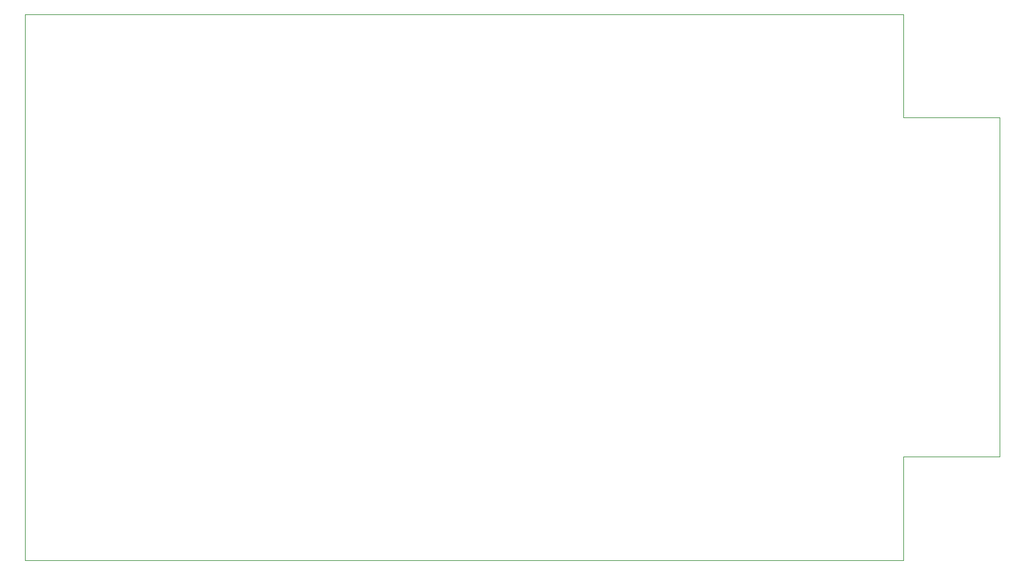
<source format=gbr>
G04 #@! TF.GenerationSoftware,KiCad,Pcbnew,(6.0.0)*
G04 #@! TF.CreationDate,2022-01-05T20:15:47-08:00*
G04 #@! TF.ProjectId,Duo2_Direwolf,44756f32-5f44-4697-9265-776f6c662e6b,rev?*
G04 #@! TF.SameCoordinates,PX2faf080PY8f0d180*
G04 #@! TF.FileFunction,Profile,NP*
%FSLAX46Y46*%
G04 Gerber Fmt 4.6, Leading zero omitted, Abs format (unit mm)*
G04 Created by KiCad (PCBNEW (6.0.0)) date 2022-01-05 20:15:47*
%MOMM*%
%LPD*%
G01*
G04 APERTURE LIST*
G04 #@! TA.AperFunction,Profile*
%ADD10C,0.100000*%
G04 #@! TD*
G04 APERTURE END LIST*
D10*
X132000000Y60000000D02*
X132000000Y14000000D01*
X119000000Y60000000D02*
X132000000Y60000000D01*
X119000000Y60000000D02*
X119000000Y74000000D01*
X119000000Y0D02*
X119000000Y14000000D01*
X132000000Y14000000D02*
X119000000Y14000000D01*
X119000000Y74000000D02*
X0Y74000000D01*
X0Y74000000D02*
X0Y0D01*
X0Y0D02*
X119000000Y0D01*
M02*

</source>
